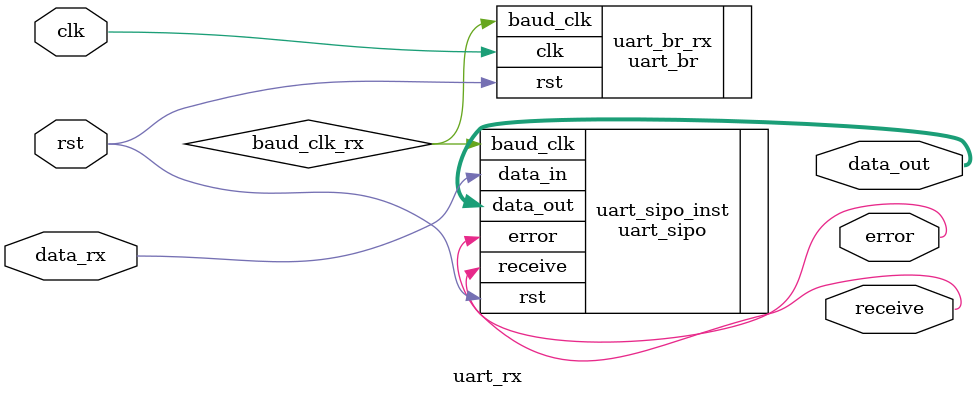
<source format=v>
`timescale 1ns / 1ps

module uart_rx #(
parameter DATA_WIDTH = 8,
parameter baud_rate = 9600,
parameter clk_freq  = 50000000
)
(
    input wire clk,
    input wire rst,
    input wire data_rx,
    output wire [DATA_WIDTH-1:0] data_out,
    output wire receive,
    output wire error
);

wire baud_clk_rx;

uart_br #(
    .baud_rate(baud_rate),
    .clk_freq(clk_freq)
)
uart_br_rx(
    .rst(rst),
    .clk(clk),
    .baud_clk(baud_clk_rx)
);

uart_sipo #(
    .DATA_WIDTH(DATA_WIDTH)
)
uart_sipo_inst(
    .baud_clk(baud_clk_rx),
    .rst(rst),
    .data_in(data_rx),
    .data_out(data_out),
    .receive(receive),
    .error(error)
);
   
endmodule
</source>
